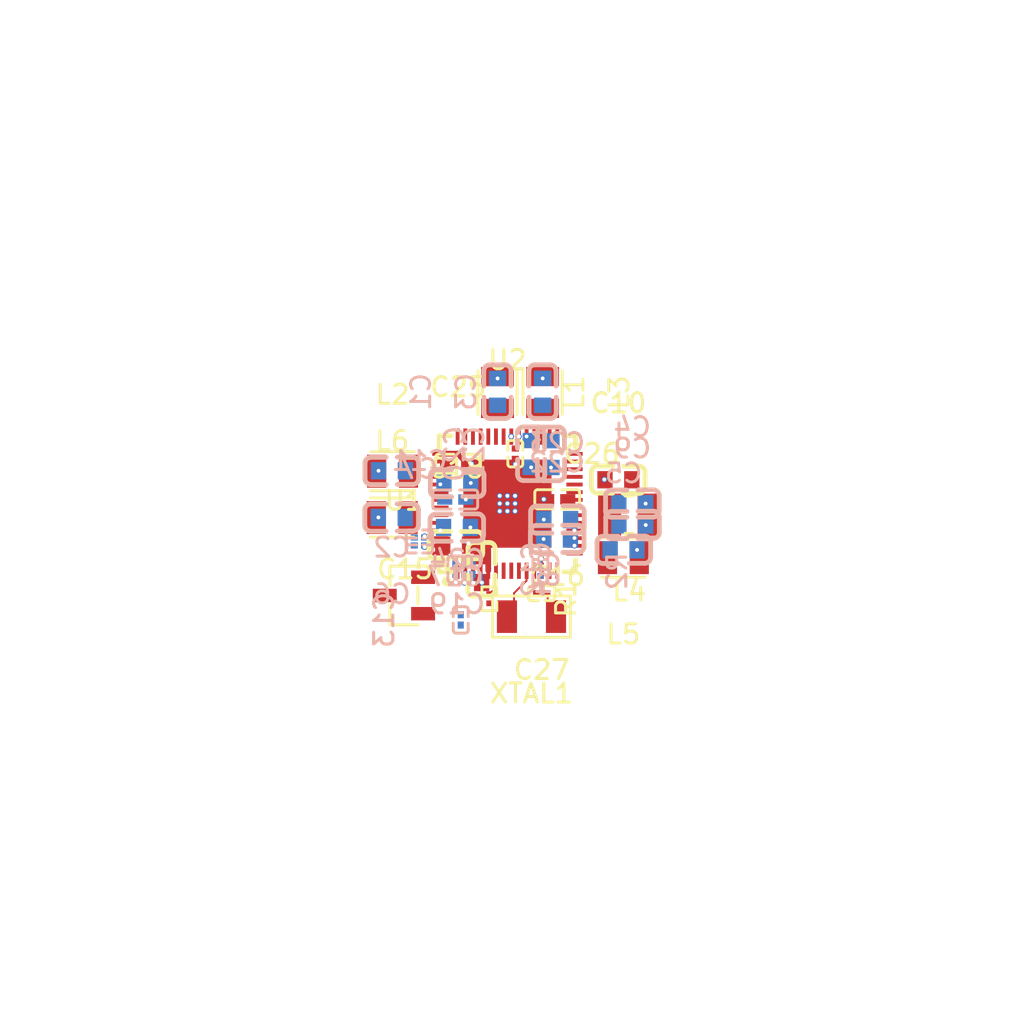
<source format=kicad_pcb>
(kicad_pcb (version 20240108) (generator "pcbnew") (generator_version "8.0")
  (layers (0 "F.Cu" signal) (31 "B.Cu" signal) (34 "B.Paste" user) (35 "F.Paste" user) (36 "B.SilkS" user "B.Silkscreen") (37 "F.SilkS" user "F.Silkscreen") (38 "B.Mask" user) (39 "F.Mask" user) (44 "Edge.Cuts" user))
  (net 0 "")
  (net 1 "irq_b")
  (net 2 "VDD_1V8")
  (net 3 "sda")
  (net 4 "sd_vsel")
  (net 5 "VDD_ARM_0V9")
  (net 6 "vsys")
  (net 7 "pmic_rst_b")
  (net 8 "VDD_DRAM_0V9")
  (net 9 "sdal")
  (net 10 "RTC_RESET_B")
  (net 11 "VDD_ARM_0V9_SW")
  (net 12 "wdog_b")
  (net 13 "VDDA_1V8_SW")
  (net 14 "VDD_3V3_SW")
  (net 15 "pmic_on_req")
  (net 16 "r_snsp2")
  (net 17 "VDD_SOC_0V8_SW")
  (net 18 "por_b")
  (net 19 "VCC_3V3")
  (net 20 "pmic_stby_req")
  (net 21 "VDD_SOC_0V8")
  (net 22 "*E8E8-net-0")
  (net 23 "sclh")
  (net 24 "NVCC_DRAM_1V1")
  (net 25 "*E8E8-net-3")
  (net 26 "VDD_PHY_0V9_SW")
  (net 27 "sdah")
  (net 28 "VDD_DRAM_0V9_SW")
  (net 29 "*E8E8.pmic-net")
  (net 30 "VSYS_5V")
  (net 31 "buck_agnd")
  (net 32 "r_snsp1")
  (net 33 "r_snsp3_cfg")
  (net 34 "scl")
  (net 35 "scll")
  (net 36 "GND")
  (net 37 "VDD_PHY_0V9")
  (net 38 "clk_32k_out")
  (net 39 "*E8E8-net-1")
  (net 40 "NVCC_SD2")
  (net 41 "NVCC_SNVS_1V8")
  (net 42 "VDDA_1V8")
  (net 43 "agnd")
  (net 44 "VDD_SNVS_0V8")
  (net 45 "VDD_PHY_1V2")
  (net 46 "buck5fb")
  (net 47 "*E8E8-net-2")
  (net 48 "ep")
  (net 49 "vint")
  (footprint "lcsc:OSC-SMD_L3.2-W1.5" (layer "F.Cu") (at 166.892123 94.830117 180)
    (property "Reference" "XTAL1" (at 0 -4 0) (layer "F.SilkS") (hide no))
    (property "Value" "Crystal")
    (fp_text user "${REFERENCE}" (at 0 -4 0) (layer "F.SilkS"))
    (pad "1" smd rect (at -1.28 0 180) (size 1.05 1.7) (layers "F.Cu" "F.Paste" "F.Mask") (net 22 "*E8E8-net-0"))
    (pad "2" smd rect (at 1.28 0 180) (size 1.05 1.7) (layers "F.Cu" "F.Paste" "F.Mask") (net 39 "*E8E8-net-1"))
  )
  (footprint "lcsc:IND-SMD_L2.0-W1.6" (layer "F.Cu") (at 165.119002 83.134636 -90)
    (property "Reference" "L1" (at 0 -4 90) (layer "F.SilkS") (hide no))
    (property "Value" "470nH ±20% 3A - infA")
    (pad "1" smd rect (at 0.83 0 270) (size 1 1.72) (layers "F.Cu" "F.Paste" "F.Mask") (net 17 "VDD_SOC_0V8_SW"))
    (pad "2" smd rect (at -0.83 0 270) (size 1 1.72) (layers "F.Cu" "F.Paste" "F.Mask") (net 21 "VDD_SOC_0V8"))
  )
  (footprint "lcsc:R0201" (layer "F.Cu") (at 164.695181 93.89431 -90)
    (property "Reference" "R1" (at 0 -4 90) (layer "F.SilkS") (hide no))
    (property "Value" "10kΩ ±1% 50mW")
    (fp_text user "${REFERENCE}" (at 0 -4 90) (layer "F.SilkS"))
    (pad "1" smd rect (at -0.24 0 270) (size 0.3 0.32) (layers "F.Cu" "F.Paste" "F.Mask") (net 47 "*E8E8-net-2"))
    (pad "2" smd rect (at 0.24 0 270) (size 0.3 0.32) (layers "F.Cu" "F.Paste" "F.Mask") (net 10 "RTC_RESET_B"))
  )
  (footprint "lcsc:HVQFN-56_L7.0-W7.0-P0.40-BL-EP4.6" (layer "F.Cu") (at 165.637741 88.934648 0)
    (property "Reference" "U2" (at 0 -7.5 0) (layer "F.SilkS") (hide no))
    (property "Value" "_PCA9450AAHNY")
    (fp_text user "${REFERENCE}" (at 0 -7.5 0) (layer "F.SilkS"))
    (pad "1" smd rect (at -2.6 3.5 270) (size 0.85 0.2) (layers "F.Cu" "F.Paste" "F.Mask") (net 37 "VDD_PHY_0V9"))
    (pad "2" smd rect (at -2.2 3.5 270) (size 0.85 0.2) (layers "F.Cu" "F.Paste" "F.Mask") (net 44 "VDD_SNVS_0V8"))
    (pad "3" smd rect (at -1.8 3.5 270) (size 0.85 0.2) (layers "F.Cu" "F.Paste" "F.Mask") (net 41 "NVCC_SNVS_1V8"))
    (pad "4" smd rect (at -1.4 3.5 270) (size 0.85 0.2) (layers "F.Cu" "F.Paste" "F.Mask") (net 49 "vint"))
    (pad "5" smd rect (at -1 3.5 270) (size 0.85 0.2) (layers "F.Cu" "F.Paste" "F.Mask") (net 43 "agnd"))
    (pad "6" smd rect (at -0.6 3.5 270) (size 0.85 0.2) (layers "F.Cu" "F.Paste" "F.Mask") (net 47 "*E8E8-net-2"))
    (pad "7" smd rect (at -0.2 3.5 270) (size 0.85 0.2) (layers "F.Cu" "F.Paste" "F.Mask") (net 38 "clk_32k_out"))
    (pad "8" smd rect (at 0.2 3.5 270) (size 0.85 0.2) (layers "F.Cu" "F.Paste" "F.Mask") (net 7 "pmic_rst_b"))
    (pad "9" smd rect (at 0.6 3.5 270) (size 0.85 0.2) (layers "F.Cu" "F.Paste" "F.Mask") (net 18 "por_b"))
    (pad "10" smd rect (at 1 3.5 270) (size 0.85 0.2) (layers "F.Cu" "F.Paste" "F.Mask") (net 39 "*E8E8-net-1"))
    (pad "11" smd rect (at 1.4 3.5 270) (size 0.85 0.2) (layers "F.Cu" "F.Paste" "F.Mask") (net 22 "*E8E8-net-0"))
    (pad "12" smd rect (at 1.8 3.5 270) (size 0.85 0.2) (layers "F.Cu" "F.Paste" "F.Mask") (net 25 "*E8E8-net-3"))
    (pad "13" smd rect (at 2.2 3.5 270) (size 0.85 0.2) (layers "F.Cu" "F.Paste" "F.Mask") (net 1 "irq_b"))
    (pad "14" smd rect (at 2.6 3.5 270) (size 0.85 0.2) (layers "F.Cu" "F.Paste" "F.Mask") (net 46 "buck5fb"))
    (pad "15" smd rect (at 3.5 2.6 0) (size 0.85 0.2) (layers "F.Cu" "F.Paste" "F.Mask") (net 26 "VDD_PHY_0V9_SW"))
    (pad "16" smd rect (at 3.5 2.2 0) (size 0.85 0.2) (layers "F.Cu" "F.Paste" "F.Mask") (net 30 "VSYS_5V"))
    (pad "17" smd rect (at 3.5 1.8 0) (size 0.85 0.2) (layers "F.Cu" "F.Paste" "F.Mask") (net 30 "VSYS_5V"))
    (pad "18" smd rect (at 3.5 1.4 0) (size 0.85 0.2) (layers "F.Cu" "F.Paste" "F.Mask") (net 30 "VSYS_5V"))
    (pad "19" smd rect (at 3.5 1 0) (size 0.85 0.2) (layers "F.Cu" "F.Paste" "F.Mask") (net 14 "VDD_3V3_SW"))
    (pad "20" smd rect (at 3.5 0.6 0) (size 0.85 0.2) (layers "F.Cu" "F.Paste" "F.Mask") (net 14 "VDD_3V3_SW"))
    (pad "21" smd rect (at 3.5 0.2 0) (size 0.85 0.2) (layers "F.Cu" "F.Paste" "F.Mask") (net 2 "VDD_1V8"))
    (pad "22" smd rect (at 3.5 -0.2 0) (size 0.85 0.2) (layers "F.Cu" "F.Paste" "F.Mask") (net 19 "VCC_3V3"))
    (pad "23" smd rect (at 3.5 -0.6 0) (size 0.85 0.2) (layers "F.Cu" "F.Paste" "F.Mask") (net 19 "VCC_3V3"))
    (pad "24" smd rect (at 3.5 -1 0) (size 0.85 0.2) (layers "F.Cu" "F.Paste" "F.Mask") (net 27 "sdah"))
    (pad "25" smd rect (at 3.5 -1.4 0) (size 0.85 0.2) (layers "F.Cu" "F.Paste" "F.Mask") (net 23 "sclh"))
    (pad "26" smd rect (at 3.5 -1.8 0) (size 0.85 0.2) (layers "F.Cu" "F.Paste" "F.Mask") (net 9 "sdal"))
    (pad "27" smd rect (at 3.5 -2.2 0) (size 0.85 0.2) (layers "F.Cu" "F.Paste" "F.Mask") (net 35 "scll"))
    (pad "28" smd rect (at 3.5 -2.6 0) (size 0.85 0.2) (layers "F.Cu" "F.Paste" "F.Mask") (net 12 "wdog_b"))
    (pad "29" smd rect (at 2.6 -3.5 270) (size 0.85 0.2) (layers "F.Cu" "F.Paste" "F.Mask") (net 4 "sd_vsel"))
    (pad "30" smd rect (at 2.2 -3.5 270) (size 0.85 0.2) (layers "F.Cu" "F.Paste" "F.Mask") (net 33 "r_snsp3_cfg"))
    (pad "31" smd rect (at 1.8 -3.5 270) (size 0.85 0.2) (layers "F.Cu" "F.Paste" "F.Mask") (net 28 "VDD_DRAM_0V9_SW"))
    (pad "32" smd rect (at 1.4 -3.5 270) (size 0.85 0.2) (layers "F.Cu" "F.Paste" "F.Mask") (net 28 "VDD_DRAM_0V9_SW"))
    (pad "33" smd rect (at 1 -3.5 270) (size 0.85 0.2) (layers "F.Cu" "F.Paste" "F.Mask") (net 30 "VSYS_5V"))
    (pad "34" smd rect (at 0.6 -3.5 270) (size 0.85 0.2) (layers "F.Cu" "F.Paste" "F.Mask") (net 30 "VSYS_5V"))
    (pad "35" smd rect (at 0.2 -3.5 270) (size 0.85 0.2) (layers "F.Cu" "F.Paste" "F.Mask") (net 30 "VSYS_5V"))
    (pad "36" smd rect (at -0.2 -3.5 270) (size 0.85 0.2) (layers "F.Cu" "F.Paste" "F.Mask") (net 17 "VDD_SOC_0V8_SW"))
    (pad "37" smd rect (at -0.6 -3.5 270) (size 0.85 0.2) (layers "F.Cu" "F.Paste" "F.Mask") (net 17 "VDD_SOC_0V8_SW"))
    (pad "38" smd rect (at -1 -3.5 270) (size 0.85 0.2) (layers "F.Cu" "F.Paste" "F.Mask") (net 32 "r_snsp1"))
    (pad "39" smd rect (at -1.4 -3.5 270) (size 0.85 0.2) (layers "F.Cu" "F.Paste" "F.Mask") (net 15 "pmic_on_req"))
    (pad "40" smd rect (at -1.8 -3.5 270) (size 0.85 0.2) (layers "F.Cu" "F.Paste" "F.Mask") (net 20 "pmic_stby_req"))
    (pad "41" smd rect (at -2.2 -3.5 270) (size 0.85 0.2) (layers "F.Cu" "F.Paste" "F.Mask") (net 34 "scl"))
    (pad "42" smd rect (at -2.6 -3.5 270) (size 0.85 0.2) (layers "F.Cu" "F.Paste" "F.Mask") (net 3 "sda"))
    (pad "43" smd rect (at -3.5 -2.6 0) (size 0.85 0.2) (layers "F.Cu" "F.Paste" "F.Mask") (net 31 "buck_agnd"))
    (pad "44" smd rect (at -3.5 -2.2 0) (size 0.85 0.2) (layers "F.Cu" "F.Paste" "F.Mask") (net 16 "r_snsp2"))
    (pad "45" smd rect (at -3.5 -1.8 0) (size 0.85 0.2) (layers "F.Cu" "F.Paste" "F.Mask") (net 11 "VDD_ARM_0V9_SW"))
    (pad "46" smd rect (at -3.5 -1.4 0) (size 0.85 0.2) (layers "F.Cu" "F.Paste" "F.Mask") (net 11 "VDD_ARM_0V9_SW"))
    (pad "47" smd rect (at -3.5 -1 0) (size 0.85 0.2) (layers "F.Cu" "F.Paste" "F.Mask") (net 30 "VSYS_5V"))
    (pad "48" smd rect (at -3.5 -0.6 0) (size 0.85 0.2) (layers "F.Cu" "F.Paste" "F.Mask") (net 29 "*E8E8.pmic-net"))
    (pad "49" smd rect (at -3.5 -0.2 0) (size 0.85 0.2) (layers "F.Cu" "F.Paste" "F.Mask") (net 29 "*E8E8.pmic-net"))
    (pad "50" smd rect (at -3.5 0.2 0) (size 0.85 0.2) (layers "F.Cu" "F.Paste" "F.Mask") (net 13 "VDDA_1V8_SW"))
    (pad "51" smd rect (at -3.5 0.6 0) (size 0.85 0.2) (layers "F.Cu" "F.Paste" "F.Mask") (net 13 "VDDA_1V8_SW"))
    (pad "52" smd rect (at -3.5 1 0) (size 0.85 0.2) (layers "F.Cu" "F.Paste" "F.Mask") (net 24 "NVCC_DRAM_1V1"))
    (pad "53" smd rect (at -3.5 1.4 0) (size 0.85 0.2) (layers "F.Cu" "F.Paste" "F.Mask") (net 6 "vsys"))
    (pad "54" smd rect (at -3.5 1.8 0) (size 0.85 0.2) (layers "F.Cu" "F.Paste" "F.Mask") (net 42 "VDDA_1V8"))
    (pad "55" smd rect (at -3.5 2.2 0) (size 0.85 0.2) (layers "F.Cu" "F.Paste" "F.Mask") (net 40 "NVCC_SD2"))
    (pad "56" smd rect (at -3.5 2.6 0) (size 0.85 0.2) (layers "F.Cu" "F.Paste" "F.Mask") (net 30 "VSYS_5V"))
    (pad "57" smd rect (at 0 0 90) (size 4.6 4.6) (layers "F.Cu" "F.Paste" "F.Mask") (net 48 "ep"))
  )
  (footprint "lcsc:C0402" (layer "F.Cu") (at 163.06553 86.851045 0)
    (property "Reference" "C25" (at 0 -4 0) (layer "F.SilkS") (hide no))
    (property "Value" "2.2µF ±20% 10V X5R")
    (fp_text user "${REFERENCE}" (at 0 -4 0) (layer "F.SilkS"))
    (pad "1" smd rect (at -0.55 0 0) (size 0.79 0.54) (layers "F.Cu" "F.Paste" "F.Mask") (net 30 "VSYS_5V"))
    (pad "2" smd rect (at 0.55 0 0) (size 0.79 0.54) (layers "F.Cu" "F.Paste" "F.Mask") (net 36 "GND"))
  )
  (footprint "lcsc:SOT-23-3_L2.9-W1.3-P1.90-LS2.4-BR" (layer "F.Cu") (at 160.235 93.725 0)
    (property "Reference" "U1" (at 0 -4.95 0) (layer "F.SilkS") (hide no))
    (property "Value" "LDO 1.2V Vin max 3.3V - infV Iq ")
    (fp_text user "${REFERENCE}" (at 0 -4.95 0) (layer "F.SilkS"))
    (pad "1" smd rect (at 1 0.95 0) (size 1.25 0.7) (layers "F.Cu" "F.Paste" "F.Mask") (net 36 "GND"))
    (pad "2" smd rect (at 1 -0.95 0) (size 1.25 0.7) (layers "F.Cu" "F.Paste" "F.Mask") (net 45 "VDD_PHY_1V2"))
    (pad "3" smd rect (at -1 0 0) (size 1.25 0.7) (layers "F.Cu" "F.Paste" "F.Mask") (net 19 "VCC_3V3"))
  )
  (footprint "lcsc:IND-SMD_L2.0-W1.6" (layer "F.Cu") (at 159.62429 89.659773 0)
    (property "Reference" "L6" (at 0 -4 0) (layer "F.SilkS") (hide no))
    (property "Value" "470nH ±20% 3A - infA")
    (pad "1" smd rect (at 0.83 0 0) (size 1 1.72) (layers "F.Cu" "F.Paste" "F.Mask") (net 13 "VDDA_1V8_SW"))
    (pad "2" smd rect (at -0.83 0 0) (size 1 1.72) (layers "F.Cu" "F.Paste" "F.Mask") (net 24 "NVCC_DRAM_1V1"))
  )
  (footprint "lcsc:IND-SMD_L2.0-W1.6" (layer "F.Cu") (at 159.642033 87.240337 0)
    (property "Reference" "L2" (at 0 -4 0) (layer "F.SilkS") (hide no))
    (property "Value" "470nH ±20% 3A - infA")
    (pad "1" smd rect (at 0.83 0 0) (size 1 1.72) (layers "F.Cu" "F.Paste" "F.Mask") (net 11 "VDD_ARM_0V9_SW"))
    (pad "2" smd rect (at -0.83 0 0) (size 1 1.72) (layers "F.Cu" "F.Paste" "F.Mask") (net 5 "VDD_ARM_0V9"))
  )
  (footprint "lcsc:C0603" (layer "F.Cu") (at 171.427926 87.685695 0)
    (property "Reference" "C10" (at 0 -4 0) (layer "F.SilkS") (hide no))
    (property "Value" "4.7µF ±10% 16V X5R")
    (fp_text user "${REFERENCE}" (at 0 -4 0) (layer "F.SilkS"))
    (pad "1" smd rect (at -0.7 0 0) (size 0.8 0.9) (layers "F.Cu" "F.Paste" "F.Mask") (net 19 "VCC_3V3"))
    (pad "2" smd rect (at 0.7 0 0) (size 0.8 0.9) (layers "F.Cu" "F.Paste" "F.Mask") (net 36 "GND"))
  )
  (footprint "lcsc:IND-SMD_L2.0-W1.6" (layer "F.Cu") (at 167.471668 83.130942 -90)
    (property "Reference" "L3" (at 0 -4 90) (layer "F.SilkS") (hide no))
    (property "Value" "470nH ±20% 3A - infA")
    (pad "1" smd rect (at 0.83 0 270) (size 1 1.72) (layers "F.Cu" "F.Paste" "F.Mask") (net 28 "VDD_DRAM_0V9_SW"))
    (pad "2" smd rect (at -0.83 0 270) (size 1 1.72) (layers "F.Cu" "F.Paste" "F.Mask") (net 8 "VDD_DRAM_0V9"))
  )
  (footprint "lcsc:C0603" (layer "F.Cu") (at 162.959398 91.098551 0)
    (property "Reference" "C18" (at 0 -4 0) (layer "F.SilkS") (hide no))
    (property "Value" "10µF ±10% 10V X5R")
    (fp_text user "${REFERENCE}" (at 0 -4 0) (layer "F.SilkS"))
    (pad "1" smd rect (at -0.7 0 0) (size 0.8 0.9) (layers "F.Cu" "F.Paste" "F.Mask") (net 30 "VSYS_5V"))
    (pad "2" smd rect (at 0.7 0 0) (size 0.8 0.9) (layers "F.Cu" "F.Paste" "F.Mask") (net 36 "GND"))
  )
  (footprint "lcsc:C0402" (layer "F.Cu") (at 168.23459 88.704146 180)
    (property "Reference" "C16" (at 0 -4 0) (layer "F.SilkS") (hide no))
    (property "Value" "2.2µF ±20% 10V X5R")
    (fp_text user "${REFERENCE}" (at 0 -4 0) (layer "F.SilkS"))
    (pad "1" smd rect (at -0.55 0 0) (size 0.79 0.54) (layers "F.Cu" "F.Paste" "F.Mask") (net 30 "VSYS_5V"))
    (pad "2" smd rect (at 0.55 0 0) (size 0.79 0.54) (layers "F.Cu" "F.Paste" "F.Mask") (net 36 "GND"))
  )
  (footprint "lcsc:C0201" (layer "F.Cu") (at 166.046929 86.326652 -90)
    (property "Reference" "C26" (at 0 -4 0) (layer "F.SilkS") (hide no))
    (property "Value" "10pF ±5% 50V C0G")
    (fp_text user "${REFERENCE}" (at 0 -4 0) (layer "F.SilkS"))
    (pad "1" smd rect (at -0.27 0 0) (size 0.37 0.32) (layers "F.Cu" "F.Paste" "F.Mask") (net 22 "*E8E8-net-0"))
    (pad "2" smd rect (at 0.27 0 0) (size 0.37 0.32) (layers "F.Cu" "F.Paste" "F.Mask") (net 36 "GND"))
  )
  (footprint "lcsc:C0603" (layer "F.Cu") (at 164.290575 92.350658 90)
    (property "Reference" "C15" (at 0 -4 0) (layer "F.SilkS") (hide no))
    (property "Value" "10µF ±10% 10V X5R")
    (fp_text user "${REFERENCE}" (at 0 -4 0) (layer "F.SilkS"))
    (pad "1" smd rect (at -0.7 0 0) (size 0.8 0.9) (layers "F.Cu" "F.Paste" "F.Mask") (net 30 "VSYS_5V"))
    (pad "2" smd rect (at 0.7 0 0) (size 0.8 0.9) (layers "F.Cu" "F.Paste" "F.Mask") (net 36 "GND"))
  )
  (footprint "lcsc:IND-SMD_L2.0-W1.6" (layer "F.Cu") (at 171.687992 91.751356 180)
    (property "Reference" "L5" (at 0 -4 0) (layer "F.SilkS") (hide no))
    (property "Value" "470nH ±20% 3A - infA")
    (pad "1" smd rect (at 0.83 0 180) (size 1 1.72) (layers "F.Cu" "F.Paste" "F.Mask") (net 26 "VDD_PHY_0V9_SW"))
    (pad "2" smd rect (at -0.83 0 180) (size 1 1.72) (layers "F.Cu" "F.Paste" "F.Mask") (net 2 "VDD_1V8"))
  )
  (footprint "lcsc:C0201" (layer "F.Cu") (at 167.424907 93.608743 180)
    (property "Reference" "C27" (at 0 -4 0) (layer "F.SilkS") (hide no))
    (property "Value" "10pF ±5% 50V C0G")
    (fp_text user "${REFERENCE}" (at 0 -4 0) (layer "F.SilkS"))
    (pad "1" smd rect (at -0.27 0 180) (size 0.37 0.32) (layers "F.Cu" "F.Paste" "F.Mask") (net 39 "*E8E8-net-1"))
    (pad "2" smd rect (at 0.27 0 180) (size 0.37 0.32) (layers "F.Cu" "F.Paste" "F.Mask") (net 36 "GND"))
  )
  (footprint "lcsc:IND-SMD_L2.5-W2.0-1" (layer "F.Cu") (at 171.999732 89.508266 180)
    (property "Reference" "L4" (at 0 -4 0) (layer "F.SilkS") (hide no))
    (property "Value" "1µH ±20% 3A - infA")
    (pad "1" smd rect (at 1.03 0 180) (size 1.2 2.2) (layers "F.Cu" "F.Paste" "F.Mask") (net 14 "VDD_3V3_SW"))
    (pad "2" smd rect (at -1.03 0 180) (size 1.2 2.2) (layers "F.Cu" "F.Paste" "F.Mask") (net 19 "VCC_3V3"))
  )
  (footprint "lcsc:C0603" (layer "B.Cu") (at 172.149373 88.93259 180)
    (property "Reference" "C4" (at 0 4 0) (layer "B.SilkS") (hide no) (effects (justify mirror)))
    (property "Value" "22µF ±20% 6.3V X5R")
    (pad "1" smd rect (at -0.7 0 180) (size 0.8 0.9) (layers "B.Cu" "B.Paste" "B.Mask") (net 19 "VCC_3V3"))
    (pad "2" smd rect (at 0.7 0 180) (size 0.8 0.9) (layers "B.Cu" "B.Paste" "B.Mask") (net 36 "GND"))
  )
  (footprint "lcsc:C0402" (layer "B.Cu") (at 162.913548 88.718301 0)
    (property "Reference" "C17" (at 0 4 0) (layer "B.SilkS") (hide no) (effects (justify mirror)))
    (property "Value" "2.2µF ±20% 10V X5R")
    (fp_text user "${REFERENCE}" (at 0 4 0) (layer "B.SilkS") (effects (justify mirror)))
    (pad "1" smd rect (at -0.55 0 0) (size 0.79 0.54) (layers "B.Cu" "B.Paste" "B.Mask") (net 30 "VSYS_5V"))
    (pad "2" smd rect (at 0.55 0 0) (size 0.79 0.54) (layers "B.Cu" "B.Paste" "B.Mask") (net 36 "GND"))
  )
  (footprint "lcsc:C0603" (layer "B.Cu") (at 159.602721 89.651866 0)
    (property "Reference" "C6" (at 0 4 0) (layer "B.SilkS") (hide no) (effects (justify mirror)))
    (property "Value" "22µF ±20% 6.3V X5R")
    (pad "1" smd rect (at -0.7 0 0) (size 0.8 0.9) (layers "B.Cu" "B.Paste" "B.Mask") (net 24 "NVCC_DRAM_1V1"))
    (pad "2" smd rect (at 0.7 0 0) (size 0.8 0.9) (layers "B.Cu" "B.Paste" "B.Mask") (net 36 "GND"))
  )
  (footprint "lcsc:C0603" (layer "B.Cu") (at 165.12281 83.098709 -90)
    (property "Reference" "C1" (at 0 4 90) (layer "B.SilkS") (hide no) (effects (justify mirror)))
    (property "Value" "22µF ±20% 6.3V X5R")
    (pad "1" smd rect (at -0.7 0 270) (size 0.8 0.9) (layers "B.Cu" "B.Paste" "B.Mask") (net 21 "VDD_SOC_0V8"))
    (pad "2" smd rect (at 0.7 0 270) (size 0.8 0.9) (layers "B.Cu" "B.Paste" "B.Mask") (net 36 "GND"))
  )
  (footprint "lcsc:C0603" (layer "B.Cu") (at 163.024612 87.856482 0)
    (property "Reference" "C24" (at 0 4 0) (layer "B.SilkS") (hide no) (effects (justify mirror)))
    (property "Value" "10µF ±10% 10V X5R")
    (fp_text user "${REFERENCE}" (at 0 4 0) (layer "B.SilkS") (effects (justify mirror)))
    (pad "1" smd rect (at -0.7 0 0) (size 0.8 0.9) (layers "B.Cu" "B.Paste" "B.Mask") (net 30 "VSYS_5V"))
    (pad "2" smd rect (at 0.7 0 0) (size 0.8 0.9) (layers "B.Cu" "B.Paste" "B.Mask") (net 36 "GND"))
  )
  (footprint "lcsc:C0201" (layer "B.Cu") (at 163.380052 92.357395 90)
    (property "Reference" "C14" (at 0 4 90) (layer "B.SilkS") (hide no) (effects (justify mirror)))
    (property "Value" "1µF ±20% 6.3V X5R")
    (fp_text user "${REFERENCE}" (at 0 4 90) (layer "B.SilkS") (effects (justify mirror)))
    (pad "1" smd rect (at -0.27 0 90) (size 0.37 0.32) (layers "B.Cu" "B.Paste" "B.Mask") (net 44 "VDD_SNVS_0V8"))
    (pad "2" smd rect (at 0.27 0 90) (size 0.37 0.32) (layers "B.Cu" "B.Paste" "B.Mask") (net 36 "GND"))
  )
  (footprint "lcsc:C0201" (layer "B.Cu") (at 163.2 95 -90)
    (property "Reference" "C13" (at 0 4 90) (layer "B.SilkS") (hide no) (effects (justify mirror)))
    (property "Value" "1µF ±20% 6.3V X5R")
    (fp_text user "${REFERENCE}" (at 0 4 90) (layer "B.SilkS") (effects (justify mirror)))
    (pad "1" smd rect (at -0.27 0 270) (size 0.37 0.32) (layers "B.Cu" "B.Paste" "B.Mask") (net 45 "VDD_PHY_1V2"))
    (pad "2" smd rect (at 0.27 0 270) (size 0.37 0.32) (layers "B.Cu" "B.Paste" "B.Mask") (net 36 "GND"))
  )
  (footprint "lcsc:C0603" (layer "B.Cu") (at 167.910565 86.347508 -90)
    (property "Reference" "C21" (at 0 4 90) (layer "B.SilkS") (hide no) (effects (justify mirror)))
    (property "Value" "10µF ±10% 10V X5R")
    (fp_text user "${REFERENCE}" (at 0 4 90) (layer "B.SilkS") (effects (justify mirror)))
    (pad "1" smd rect (at -0.7 0 270) (size 0.8 0.9) (layers "B.Cu" "B.Paste" "B.Mask") (net 30 "VSYS_5V"))
    (pad "2" smd rect (at 0.7 0 270) (size 0.8 0.9) (layers "B.Cu" "B.Paste" "B.Mask") (net 36 "GND"))
  )
  (footprint "lcsc:R0201" (layer "B.Cu") (at 167.358 92.46411 90)
    (property "Reference" "R2" (at 0 4 90) (layer "B.SilkS") (hide no) (effects (justify mirror)))
    (property "Value" "1.5Ω ±5% 50mW")
    (fp_text user "${REFERENCE}" (at 0 4 90) (layer "B.SilkS") (effects (justify mirror)))
    (pad "1" smd rect (at -0.24 0 90) (size 0.3 0.32) (layers "B.Cu" "B.Paste" "B.Mask") (net 19 "VCC_3V3"))
    (pad "2" smd rect (at 0.24 0 90) (size 0.3 0.32) (layers "B.Cu" "B.Paste" "B.Mask") (net 25 "*E8E8-net-3"))
  )
  (footprint "lcsc:C0603" (layer "B.Cu") (at 159.610878 87.216515 0)
    (property "Reference" "C2" (at 0 4 0) (layer "B.SilkS") (hide no) (effects (justify mirror)))
    (property "Value" "22µF ±20% 6.3V X5R")
    (pad "1" smd rect (at -0.7 0 0) (size 0.8 0.9) (layers "B.Cu" "B.Paste" "B.Mask") (net 5 "VDD_ARM_0V9"))
    (pad "2" smd rect (at 0.7 0 0) (size 0.8 0.9) (layers "B.Cu" "B.Paste" "B.Mask") (net 36 "GND"))
  )
  (footprint "lcsc:C0201" (layer "B.Cu") (at 163.817755 92.35867 90)
    (property "Reference" "C8" (at 0 4 90) (layer "B.SilkS") (hide no) (effects (justify mirror)))
    (property "Value" "1µF ±20% 6.3V X5R")
    (fp_text user "${REFERENCE}" (at 0 4 90) (layer "B.SilkS") (effects (justify mirror)))
    (pad "1" smd rect (at -0.27 0 90) (size 0.37 0.32) (layers "B.Cu" "B.Paste" "B.Mask") (net 41 "NVCC_SNVS_1V8"))
    (pad "2" smd rect (at 0.27 0 90) (size 0.37 0.32) (layers "B.Cu" "B.Paste" "B.Mask") (net 36 "GND"))
  )
  (footprint "lcsc:C0603" (layer "B.Cu") (at 171.700585 91.346754 180)
    (property "Reference" "C5" (at 0 4 0) (layer "B.SilkS") (hide no) (effects (justify mirror)))
    (property "Value" "22µF ±20% 6.3V X5R")
    (pad "1" smd rect (at -0.7 0 180) (size 0.8 0.9) (layers "B.Cu" "B.Paste" "B.Mask") (net 2 "VDD_1V8"))
    (pad "2" smd rect (at 0.7 0 180) (size 0.8 0.9) (layers "B.Cu" "B.Paste" "B.Mask") (net 36 "GND"))
  )
  (footprint "lcsc:C0201" (layer "B.Cu") (at 161.045421 90.697254 180)
    (property "Reference" "C11" (at 0 4 0) (layer "B.SilkS") (hide no) (effects (justify mirror)))
    (property "Value" "1µF ±20% 6.3V X5R")
    (fp_text user "${REFERENCE}" (at 0 4 0) (layer "B.SilkS") (effects (justify mirror)))
    (pad "1" smd rect (at -0.27 0 180) (size 0.37 0.32) (layers "B.Cu" "B.Paste" "B.Mask") (net 42 "VDDA_1V8"))
    (pad "2" smd rect (at 0.27 0 180) (size 0.37 0.32) (layers "B.Cu" "B.Paste" "B.Mask") (net 36 "GND"))
  )
  (footprint "lcsc:C0201" (layer "B.Cu") (at 162.919796 92.354689 90)
    (property "Reference" "C12" (at 0 4 90) (layer "B.SilkS") (hide no) (effects (justify mirror)))
    (property "Value" "1µF ±20% 6.3V X5R")
    (fp_text user "${REFERENCE}" (at 0 4 90) (layer "B.SilkS") (effects (justify mirror)))
    (pad "1" smd rect (at -0.27 0 90) (size 0.37 0.32) (layers "B.Cu" "B.Paste" "B.Mask") (net 37 "VDD_PHY_0V9"))
    (pad "2" smd rect (at 0.27 0 90) (size 0.37 0.32) (layers "B.Cu" "B.Paste" "B.Mask") (net 36 "GND"))
  )
  (footprint "lcsc:C0201" (layer "B.Cu") (at 161.043618 91.116909 180)
    (property "Reference" "C7" (at 0 4 0) (layer "B.SilkS") (hide no) (effects (justify mirror)))
    (property "Value" "1µF ±20% 6.3V X5R")
    (fp_text user "${REFERENCE}" (at 0 4 0) (layer "B.SilkS") (effects (justify mirror)))
    (pad "1" smd rect (at -0.27 0 180) (size 0.37 0.32) (layers "B.Cu" "B.Paste" "B.Mask") (net 40 "NVCC_SD2"))
    (pad "2" smd rect (at 0.27 0 180) (size 0.37 0.32) (layers "B.Cu" "B.Paste" "B.Mask") (net 36 "GND"))
  )
  (footprint "lcsc:C0603" (layer "B.Cu") (at 167.47549 83.096078 -90)
    (property "Reference" "C3" (at 0 4 90) (layer "B.SilkS") (hide no) (effects (justify mirror)))
    (property "Value" "22µF ±20% 6.3V X5R")
    (pad "1" smd rect (at -0.7 0 270) (size 0.8 0.9) (layers "B.Cu" "B.Paste" "B.Mask") (net 8 "VDD_DRAM_0V9"))
    (pad "2" smd rect (at 0.7 0 270) (size 0.8 0.9) (layers "B.Cu" "B.Paste" "B.Mask") (net 36 "GND"))
  )
  (footprint "lcsc:C0603" (layer "B.Cu") (at 168.234665 89.76487 180)
    (property "Reference" "C23" (at 0 4 0) (layer "B.SilkS") (hide no) (effects (justify mirror)))
    (property "Value" "10µF ±10% 10V X5R")
    (fp_text user "${REFERENCE}" (at 0 4 0) (layer "B.SilkS") (effects (justify mirror)))
    (pad "1" smd rect (at -0.7 0 180) (size 0.8 0.9) (layers "B.Cu" "B.Paste" "B.Mask") (net 30 "VSYS_5V"))
    (pad "2" smd rect (at 0.7 0 180) (size 0.8 0.9) (layers "B.Cu" "B.Paste" "B.Mask") (net 36 "GND"))
  )
  (footprint "lcsc:C0603" (layer "B.Cu") (at 166.875878 86.339219 -90)
    (property "Reference" "C20" (at 0 4 90) (layer "B.SilkS") (hide no) (effects (justify mirror)))
    (property "Value" "10µF ±10% 10V X5R")
    (fp_text user "${REFERENCE}" (at 0 4 90) (layer "B.SilkS") (effects (justify mirror)))
    (pad "1" smd rect (at -0.7 0 270) (size 0.8 0.9) (layers "B.Cu" "B.Paste" "B.Mask") (net 30 "VSYS_5V"))
    (pad "2" smd rect (at 0.7 0 270) (size 0.8 0.9) (layers "B.Cu" "B.Paste" "B.Mask") (net 36 "GND"))
  )
  (footprint "lcsc:C0603" (layer "B.Cu") (at 163.003309 90.174461 0)
    (property "Reference" "C19" (at 0 4 0) (layer "B.SilkS") (hide no) (effects (justify mirror)))
    (property "Value" "10µF ±10% 10V X5R")
    (fp_text user "${REFERENCE}" (at 0 4 0) (layer "B.SilkS") (effects (justify mirror)))
    (pad "1" smd rect (at -0.7 0 0) (size 0.8 0.9) (layers "B.Cu" "B.Paste" "B.Mask") (net 30 "VSYS_5V"))
    (pad "2" smd rect (at 0.7 0 0) (size 0.8 0.9) (layers "B.Cu" "B.Paste" "B.Mask") (net 36 "GND"))
  )
  (footprint "lcsc:C0603" (layer "B.Cu") (at 172.155531 90.048331 180)
    (property "Reference" "C9" (at 0 4 0) (layer "B.SilkS") (hide no) (effects (justify mirror)))
    (property "Value" "4.7µF ±10% 16V X5R")
    (fp_text user "${REFERENCE}" (at 0 4 0) (layer "B.SilkS") (effects (justify mirror)))
    (pad "1" smd rect (at -0.7 0 180) (size 0.8 0.9) (layers "B.Cu" "B.Paste" "B.Mask") (net 19 "VCC_3V3"))
    (pad "2" smd rect (at 0.7 0 180) (size 0.8 0.9) (layers "B.Cu" "B.Paste" "B.Mask") (net 36 "GND"))
  )
  (footprint "lcsc:C0603" (layer "B.Cu") (at 168.224785 90.780809 180)
    (property "Reference" "C22" (at 0 4 0) (layer "B.SilkS") (hide no) (effects (justify mirror)))
    (property "Value" "10µF ±10% 10V X5R")
    (fp_text user "${REFERENCE}" (at 0 4 0) (layer "B.SilkS") (effects (justify mirror)))
    (pad "1" smd rect (at -0.7 0 180) (size 0.8 0.9) (layers "B.Cu" "B.Paste" "B.Mask") (net 30 "VSYS_5V"))
    (pad "2" smd rect (at 0.7 0 180) (size 0.8 0.9) (layers "B.Cu" "B.Paste" "B.Mask") (net 36 "GND"))
  )
  (via (at 164.305723 93.056255) (size 0.3) (drill 0.2) (net 0) (layers "F.Cu" "B.Cu"))
  (via (at 172.400585 91.346754) (size 0.3) (drill 0.2) (net 2) (layers "F.Cu" "B.Cu"))
  (via (at 158.910878 87.216515) (size 0.3) (drill 0.2) (net 5) (layers "F.Cu" "B.Cu"))
  (via (at 167.47549 82.396078) (size 0.3) (drill 0.2) (net 8) (layers "F.Cu" "B.Cu"))
  (via (at 172.855531 90.048331) (size 0.3) (drill 0.2) (net 19) (layers "F.Cu" "B.Cu"))
  (via (at 170.696061 87.674341) (size 0.3) (drill 0.2) (net 19) (layers "F.Cu" "B.Cu"))
  (via (at 172.849373 88.93259) (size 0.3) (drill 0.2) (net 19) (layers "F.Cu" "B.Cu"))
  (via (at 165.12281 82.398709) (size 0.3) (drill 0.2) (net 21) (layers "F.Cu" "B.Cu"))
  (via (at 158.902721 89.651866) (size 0.3) (drill 0.2) (net 24) (layers "F.Cu" "B.Cu"))
  (via (at 167.4 91.8) (size 0.3) (drill 0.2) (net 25) (layers "F.Cu" "B.Cu"))
  (via (at 162.135 87.925) (size 0.3) (drill 0.2) (net 30) (layers "F.Cu" "B.Cu"))
  (via (at 165.835 85.425) (size 0.3) (drill 0.2) (net 30) (layers "F.Cu" "B.Cu"))
  (via (at 169.135 90.325) (size 0.3) (drill 0.2) (net 30) (layers "F.Cu" "B.Cu"))
  (via (at 166.235 85.425) (size 0.3) (drill 0.2) (net 30) (layers "F.Cu" "B.Cu"))
  (via (at 162.135 90.325) (size 0.3) (drill 0.2) (net 30) (layers "F.Cu" "B.Cu"))
  (via (at 169.135 91.125) (size 0.3) (drill 0.2) (net 30) (layers "F.Cu" "B.Cu"))
  (via (at 166.635 85.425) (size 0.3) (drill 0.2) (net 30) (layers "F.Cu" "B.Cu"))
  (via (at 169.135 90.725) (size 0.3) (drill 0.2) (net 30) (layers "F.Cu" "B.Cu"))
  (via (at 166.035 89.325) (size 0.3) (drill 0.2) (net 36) (layers "F.Cu" "B.Cu"))
  (via (at 163.463548 88.718301) (size 0.3) (drill 0.2) (net 36) (layers "F.Cu" "B.Cu"))
  (via (at 163.703309 90.174461) (size 0.3) (drill 0.2) (net 36) (layers "F.Cu" "B.Cu"))
  (via (at 165.235 89.325) (size 0.3) (drill 0.2) (net 36) (layers "F.Cu" "B.Cu"))
  (via (at 165.635 88.525) (size 0.3) (drill 0.2) (net 36) (layers "F.Cu" "B.Cu"))
  (via (at 167.524785 90.780809) (size 0.3) (drill 0.2) (net 36) (layers "F.Cu" "B.Cu"))
  (via (at 163.6 91) (size 0.3) (drill 0.2) (net 36) (layers "F.Cu" "B.Cu"))
  (via (at 163.76553 86.851045) (size 0.3) (drill 0.2) (net 36) (layers "F.Cu" "B.Cu"))
  (via (at 163.724612 87.856482) (size 0.3) (drill 0.2) (net 36) (layers "F.Cu" "B.Cu"))
  (via (at 167.534665 89.76487) (size 0.3) (drill 0.2) (net 36) (layers "F.Cu" "B.Cu"))
  (via (at 166.035 88.925) (size 0.3) (drill 0.2) (net 36) (layers "F.Cu" "B.Cu"))
  (via (at 165.235 88.925) (size 0.3) (drill 0.2) (net 36) (layers "F.Cu" "B.Cu"))
  (via (at 167.910565 87.047508) (size 0.3) (drill 0.2) (net 36) (layers "F.Cu" "B.Cu"))
  (via (at 167.53459 88.704146) (size 0.3) (drill 0.2) (net 36) (layers "F.Cu" "B.Cu"))
  (via (at 166.035 88.525) (size 0.3) (drill 0.2) (net 36) (layers "F.Cu" "B.Cu"))
  (via (at 165.235 88.525) (size 0.3) (drill 0.2) (net 36) (layers "F.Cu" "B.Cu"))
  (via (at 165.635 88.925) (size 0.3) (drill 0.2) (net 36) (layers "F.Cu" "B.Cu"))
  (via (at 166.875878 87.039219) (size 0.3) (drill 0.2) (net 36) (layers "F.Cu" "B.Cu"))
  (via (at 166.046929 86.876652) (size 0.3) (drill 0.2) (net 36) (layers "F.Cu" "B.Cu"))
  (via (at 165.635 89.325) (size 0.3) (drill 0.2) (net 36) (layers "F.Cu" "B.Cu"))
  (via (at 162.942428 93.036765) (size 0.3) (drill 0.2) (net 37) (layers "F.Cu" "B.Cu"))
  (via (at 161.314142 91.20006) (size 0.3) (drill 0.2) (net 40) (layers "F.Cu" "B.Cu"))
  (via (at 163.855831 93.066239) (size 0.3) (drill 0.2) (net 41) (layers "F.Cu" "B.Cu"))
  (via (at 161.311779 90.636358) (size 0.3) (drill 0.2) (net 42) (layers "F.Cu" "B.Cu"))
  (via (at 163.405828 93.066239) (size 0.3) (drill 0.2) (net 44) (layers "F.Cu" "B.Cu"))
  (segment (start 167.736172 93.651172) (end 167.736172 93.688192) (width 0.1) (layer "F.Cu") (net 0))
  (segment (start 167.035 92.425) (end 167.035 92.95) (width 0.1) (layer "F.Cu") (net 0))
  (segment (start 167.736172 94.394166) (end 168.172123 94.830117) (width 0.1) (layer "F.Cu") (net 0))
  (segment (start 164.235 92.425) (end 164.235 92.985532) (width 0.1) (layer "F.Cu") (net 0))
  (segment (start 167.736172 93.688192) (end 167.736172 94.394166) (width 0.1) (layer "F.Cu") (net 0))
  (segment (start 167.035 92.95) (end 167.736172 93.651172) (width 0.1) (layer "F.Cu") (net 0))
  (segment (start 164.235 92.985532) (end 164.305723 93.056255) (width 0.1) (layer "F.Cu") (net 0))
  (segment (start 164.305723 93.056255) (end 164.305723 92.635806) (width 0.1) (layer "B.Cu") (net 0))
  (segment (start 164.305723 92.635806) (end 164.290575 92.620658) (width 0.1) (layer "B.Cu") (net 0))
  (segment (start 172.517992 91.464161) (end 172.400585 91.346754) (width 0.1) (layer "F.Cu") (net 2))
  (segment (start 172.517992 91.751356) (end 172.517992 91.464161) (width 0.1) (layer "F.Cu") (net 2))
  (segment (start 158.812033 87.240337) (end 158.887056 87.240337) (width 0.1) (layer "F.Cu") (net 5))
  (segment (start 158.887056 87.240337) (end 158.910878 87.216515) (width 0.1) (layer "F.Cu") (net 5))
  (segment (start 167.471668 82.392256) (end 167.47549 82.396078) (width 0.1) (layer "F.Cu") (net 8))
  (segment (start 167.471668 82.300942) (end 167.471668 82.392256) (width 0.1) (layer "F.Cu") (net 8))
  (segment (start 173.029732 89.112949) (end 172.849373 88.93259) (width 0.1) (layer "F.Cu") (net 19))
  (segment (start 173.029732 89.508266) (end 173.029732 89.112949) (width 0.1) (layer "F.Cu") (net 19))
  (segment (start 173.029732 89.87413) (end 172.855531 90.048331) (width 0.1) (layer "F.Cu") (net 19))
  (segment (start 173.029732 89.508266) (end 173.029732 89.87413) (width 0.1) (layer "F.Cu") (net 19))
  (segment (start 170.727926 87.685695) (end 170.707415 87.685695) (width 0.1) (layer "F.Cu") (net 19))
  (segment (start 170.707415 87.685695) (end 170.696061 87.674341) (width 0.1) (layer "F.Cu") (net 19))
  (segment (start 165.119002 82.394901) (end 165.12281 82.398709) (width 0.1) (layer "F.Cu") (net 21))
  (segment (start 165.119002 82.304636) (end 165.119002 82.394901) (width 0.1) (layer "F.Cu") (net 21))
  (segment (start 158.894814 89.659773) (end 158.902721 89.651866) (width 0.1) (layer "F.Cu") (net 24))
  (segment (start 158.79429 89.659773) (end 158.894814 89.659773) (width 0.1) (layer "F.Cu") (net 24))
  (segment (start 167.435 91.835) (end 167.4 91.8) (width 0.1) (layer "F.Cu") (net 25))
  (segment (start 167.435 92.425) (end 167.435 91.835) (width 0.1) (layer "F.Cu") (net 25))
  (segment (start 167.4 91.8) (end 167.4 92.18211) (width 0.1) (layer "B.Cu") (net 25))
  (segment (start 167.4 92.18211) (end 167.358 92.22411) (width 0.1) (layer "B.Cu") (net 25))
  (segment (start 164.635 92.425) (end 164.635 89.925) (width 0.3) (layer "F.Cu") (net 36))
  (segment (start 162.135 86.325) (end 163.035 86.325) (width 0.3) (layer "F.Cu") (net 36))
  (segment (start 163.035 86.325) (end 165.635 88.925) (width 0.3) (layer "F.Cu") (net 36))
  (segment (start 164.635 89.925) (end 165.635 88.925) (width 0.1) (layer "F.Cu") (net 36))
  (segment (start 162.942428 92.517572) (end 163.035 92.425) (width 0.1) (layer "F.Cu") (net 37))
  (segment (start 162.942428 93.036765) (end 162.942428 92.517572) (width 0.1) (layer "F.Cu") (net 37))
  (segment (start 162.919796 93.014133) (end 162.919796 92.624689) (width 0.1) (layer "B.Cu") (net 37))
  (segment (start 162.942428 93.036765) (end 162.919796 93.014133) (width 0.1) (layer "B.Cu") (net 37))
  (segment (start 165.981527 93.603473) (end 165.981527 93.69012) (width 0.1) (layer "F.Cu") (net 39))
  (segment (start 166.635 92.425) (end 166.635 92.95) (width 0.1) (layer "F.Cu") (net 39))
  (segment (start 166.635 92.95) (end 165.981527 93.603473) (width 0.1) (layer "F.Cu") (net 39))
  (segment (start 165.981527 94.460713) (end 165.612123 94.830117) (width 0.1) (layer "F.Cu") (net 39))
  (segment (start 165.981527 93.69012) (end 165.981527 94.460713) (width 0.1) (layer "F.Cu") (net 39))
  (segment (start 161.389202 91.125) (end 162.135 91.125) (width 0.1) (layer "F.Cu") (net 40))
  (segment (start 161.314142 91.20006) (end 161.389202 91.125) (width 0.1) (layer "F.Cu") (net 40))
  (segment (start 163.855831 93.066239) (end 163.835 93.045408) (width 0.1) (layer "F.Cu") (net 41))
  (segment (start 163.835 93.045408) (end 163.835 92.425) (width 0.1) (layer "F.Cu") (net 41))
  (segment (start 163.855831 92.666746) (end 163.817755 92.62867) (width 0.1) (layer "B.Cu") (net 41))
  (segment (start 163.855831 93.066239) (end 163.855831 92.666746) (width 0.1) (layer "B.Cu") (net 41))
  (segment (start 161.311779 90.636358) (end 161.400421 90.725) (width 0.1) (layer "F.Cu") (net 42))
  (segment (start 161.400421 90.725) (end 162.135 90.725) (width 0.1) (layer "F.Cu") (net 42))
  (segment (start 163.435 93.037067) (end 163.435 92.425) (width 0.1) (layer "F.Cu") (net 44))
  (segment (start 163.405828 93.066239) (end 163.435 93.037067) (width 0.1) (layer "F.Cu") (net 44))
  (segment (start 163.405828 93.066239) (end 163.405828 92.653171) (width 0.1) (layer "B.Cu") (net 44))
  (segment (start 163.405828 92.653171) (end 163.380052 92.627395) (width 0.1) (layer "B.Cu") (net 44))
  (segment (start 165.035 92.425) (end 165.035 93.314491) (width 0.1) (layer "F.Cu") (net 47))
  (segment (start 165.035 93.314491) (end 164.695181 93.65431) (width 0.1) (layer "F.Cu") (net 47))
)
</source>
